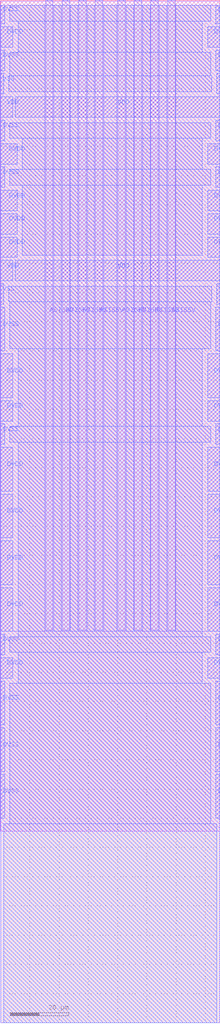
<source format=lef>
VERSION 5.7 ;
  NOWIREEXTENSIONATPIN ON ;
  DIVIDERCHAR "/" ;
  BUSBITCHARS "[]" ;
MACRO gf180mcu_fd_io__asig_5p0
  CLASS PAD INOUT ;
  FOREIGN gf180mcu_fd_io__asig_5p0 ;
  ORIGIN 0.000 0.000 ;
  SIZE 75.000 BY 350.000 ;
  SYMMETRY X Y R90 ;
  SITE GF_IO_Site ;
  PIN ASIG5V
    DIRECTION INOUT ;
    USE SIGNAL ;
    ANTENNADIFFAREA 1200.000000 ;
    PORT
      LAYER Metal2 ;
        RECT 15.340 134.370 17.880 350.000 ;
    END
    PORT
      LAYER Metal2 ;
        RECT 51.440 134.370 53.980 350.000 ;
    END
    PORT
      LAYER Metal2 ;
        RECT 57.120 134.370 59.660 350.000 ;
    END
    PORT
      LAYER Metal2 ;
        RECT 21.020 134.370 23.560 350.000 ;
    END
    PORT
      LAYER Metal2 ;
        RECT 45.760 134.370 48.300 350.000 ;
    END
    PORT
      LAYER Metal2 ;
        RECT 40.080 134.370 42.620 350.000 ;
    END
    PORT
      LAYER Metal2 ;
        RECT 32.380 134.370 34.920 350.000 ;
    END
    PORT
      LAYER Metal2 ;
        RECT 26.700 134.370 29.240 350.000 ;
    END
  END ASIG5V
  PIN DVDD
    DIRECTION INOUT ;
    USE POWER ;
    PORT
      LAYER Metal3 ;
        RECT 70.820 118.000 75.000 125.000 ;
    END
    PORT
      LAYER Metal3 ;
        RECT 70.820 182.000 75.000 197.000 ;
    END
    PORT
      LAYER Metal3 ;
        RECT 70.820 166.000 75.000 181.000 ;
    END
    PORT
      LAYER Metal3 ;
        RECT 70.820 150.000 75.000 165.000 ;
    END
    PORT
      LAYER Metal3 ;
        RECT 70.820 134.000 75.000 149.000 ;
    END
    PORT
      LAYER Metal3 ;
        RECT 70.820 214.000 75.000 229.000 ;
    END
    PORT
      LAYER Metal3 ;
        RECT 70.820 206.000 75.000 213.000 ;
    END
    PORT
      LAYER Metal3 ;
        RECT 70.820 278.000 75.000 285.000 ;
    END
    PORT
      LAYER Metal3 ;
        RECT 70.820 270.000 75.000 277.000 ;
    END
    PORT
      LAYER Metal3 ;
        RECT 70.820 262.000 75.000 269.000 ;
    END
    PORT
      LAYER Metal3 ;
        RECT 70.820 294.000 75.000 301.000 ;
    END
    PORT
      LAYER Metal3 ;
        RECT 70.820 334.000 75.000 341.000 ;
    END
    PORT
      LAYER Metal3 ;
        RECT 0.000 334.000 4.180 341.000 ;
    END
    PORT
      LAYER Metal3 ;
        RECT 0.000 294.000 5.570 301.000 ;
    END
    PORT
      LAYER Metal3 ;
        RECT 0.000 262.000 5.570 269.000 ;
    END
    PORT
      LAYER Metal3 ;
        RECT 0.000 270.000 5.570 277.000 ;
    END
    PORT
      LAYER Metal3 ;
        RECT 0.000 278.000 5.570 285.000 ;
    END
    PORT
      LAYER Metal3 ;
        RECT 0.000 206.000 4.180 213.000 ;
    END
    PORT
      LAYER Metal3 ;
        RECT 0.000 214.000 4.180 229.000 ;
    END
    PORT
      LAYER Metal3 ;
        RECT 0.000 134.000 4.180 149.000 ;
    END
    PORT
      LAYER Metal3 ;
        RECT 0.000 150.000 4.180 165.000 ;
    END
    PORT
      LAYER Metal3 ;
        RECT 0.000 166.000 4.180 181.000 ;
    END
    PORT
      LAYER Metal3 ;
        RECT 0.000 182.000 4.180 197.000 ;
    END
    PORT
      LAYER Metal3 ;
        RECT 0.000 118.000 4.180 125.000 ;
    END
  END DVDD
  PIN DVSS
    DIRECTION INOUT ;
    USE GROUND ;
    PORT
      LAYER Metal3 ;
        RECT 73.660 102.000 75.000 117.000 ;
    END
    PORT
      LAYER Metal3 ;
        RECT 73.660 86.000 75.000 101.000 ;
    END
    PORT
      LAYER Metal3 ;
        RECT 73.660 70.000 75.000 85.000 ;
    END
    PORT
      LAYER Metal3 ;
        RECT 73.660 126.000 75.000 133.000 ;
    END
    PORT
      LAYER Metal3 ;
        RECT 73.660 198.000 75.000 205.000 ;
    END
    PORT
      LAYER Metal3 ;
        RECT 73.660 230.000 75.000 245.000 ;
    END
    PORT
      LAYER Metal3 ;
        RECT 73.660 286.000 75.000 293.000 ;
    END
    PORT
      LAYER Metal3 ;
        RECT 73.660 302.000 75.000 309.000 ;
    END
    PORT
      LAYER Metal3 ;
        RECT 73.660 326.000 75.000 333.000 ;
    END
    PORT
      LAYER Metal3 ;
        RECT 73.660 342.000 75.000 348.390 ;
    END
    PORT
      LAYER Metal3 ;
        RECT 0.000 342.000 1.340 348.390 ;
    END
    PORT
      LAYER Metal3 ;
        RECT 0.000 326.000 1.340 333.000 ;
    END
    PORT
      LAYER Metal3 ;
        RECT 0.000 302.000 1.340 309.000 ;
    END
    PORT
      LAYER Metal3 ;
        RECT 0.000 286.000 1.340 293.000 ;
    END
    PORT
      LAYER Metal3 ;
        RECT 0.000 230.000 1.340 245.000 ;
    END
    PORT
      LAYER Metal3 ;
        RECT 0.000 198.000 1.340 205.000 ;
    END
    PORT
      LAYER Metal3 ;
        RECT 0.000 126.000 1.340 133.000 ;
    END
    PORT
      LAYER Metal3 ;
        RECT 0.000 70.000 1.340 85.000 ;
    END
    PORT
      LAYER Metal3 ;
        RECT 0.000 86.000 1.340 101.000 ;
    END
    PORT
      LAYER Metal3 ;
        RECT 0.000 102.000 1.340 117.000 ;
    END
  END DVSS
  PIN VDD
    DIRECTION INOUT ;
    USE POWER ;
    PORT
      LAYER Metal3 ;
        RECT 4.930 254.000 75.000 261.000 ;
    END
    PORT
      LAYER Metal3 ;
        RECT 4.930 310.000 75.000 317.000 ;
    END
    PORT
      LAYER Metal3 ;
        RECT 0.000 310.000 4.030 317.000 ;
    END
    PORT
      LAYER Metal3 ;
        RECT 0.000 254.000 4.030 261.000 ;
    END
  END VDD
  PIN VSS
    DIRECTION INOUT ;
    USE GROUND ;
    PORT
      LAYER Metal3 ;
        RECT 74.000 246.000 75.000 253.000 ;
    END
    PORT
      LAYER Metal3 ;
        RECT 74.000 318.000 75.000 325.000 ;
    END
    PORT
      LAYER Metal3 ;
        RECT 0.000 318.000 1.000 325.000 ;
    END
    PORT
      LAYER Metal3 ;
        RECT 0.000 246.000 1.000 253.000 ;
    END
  END VSS
  OBS
      LAYER Metal1 ;
        RECT -0.160 65.540 75.160 349.785 ;
      LAYER Metal2 ;
        RECT 0.000 134.070 15.040 348.390 ;
        RECT 18.180 134.070 20.720 348.390 ;
        RECT 23.860 134.070 26.400 348.390 ;
        RECT 29.540 134.070 32.080 348.390 ;
        RECT 35.220 134.070 39.780 348.390 ;
        RECT 42.920 134.070 45.460 348.390 ;
        RECT 48.600 134.070 51.140 348.390 ;
        RECT 54.280 134.070 56.820 348.390 ;
        RECT 59.960 134.070 75.000 348.390 ;
        RECT 0.000 0.000 75.000 134.070 ;
      LAYER Metal3 ;
        RECT 3.140 342.800 71.860 348.390 ;
        RECT 5.980 332.200 69.020 342.800 ;
        RECT 3.140 324.200 71.860 332.200 ;
        RECT 2.800 318.800 72.200 324.200 ;
        RECT 3.140 302.800 71.860 308.200 ;
        RECT 7.370 292.200 69.020 302.800 ;
        RECT 3.140 286.800 71.860 292.200 ;
        RECT 7.370 262.800 69.020 286.800 ;
        RECT 2.800 246.800 72.200 252.200 ;
        RECT 3.140 230.800 71.860 246.800 ;
        RECT 5.980 204.200 69.020 230.800 ;
        RECT 3.140 198.800 71.860 204.200 ;
        RECT 5.980 132.200 69.020 198.800 ;
        RECT 3.140 126.800 71.860 132.200 ;
        RECT 5.980 116.200 69.020 126.800 ;
        RECT 3.140 68.200 71.860 116.200 ;
        RECT 1.000 0.000 74.000 68.200 ;
  END
END gf180mcu_fd_io__asig_5p0
END LIBRARY


</source>
